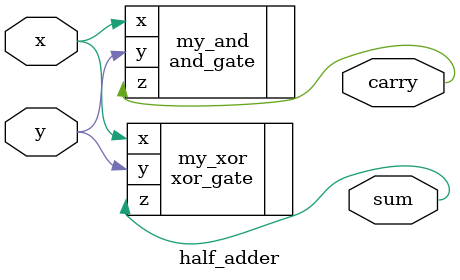
<source format=v>
`timescale 1ns / 1ps

module half_adder(x, y, sum, carry);

input x, y;
output sum, carry;

xor_gate my_xor(.x(x), .y(y), .z(sum));
and_gate my_and(.x(x), .y(y), .z(carry));

endmodule

</source>
